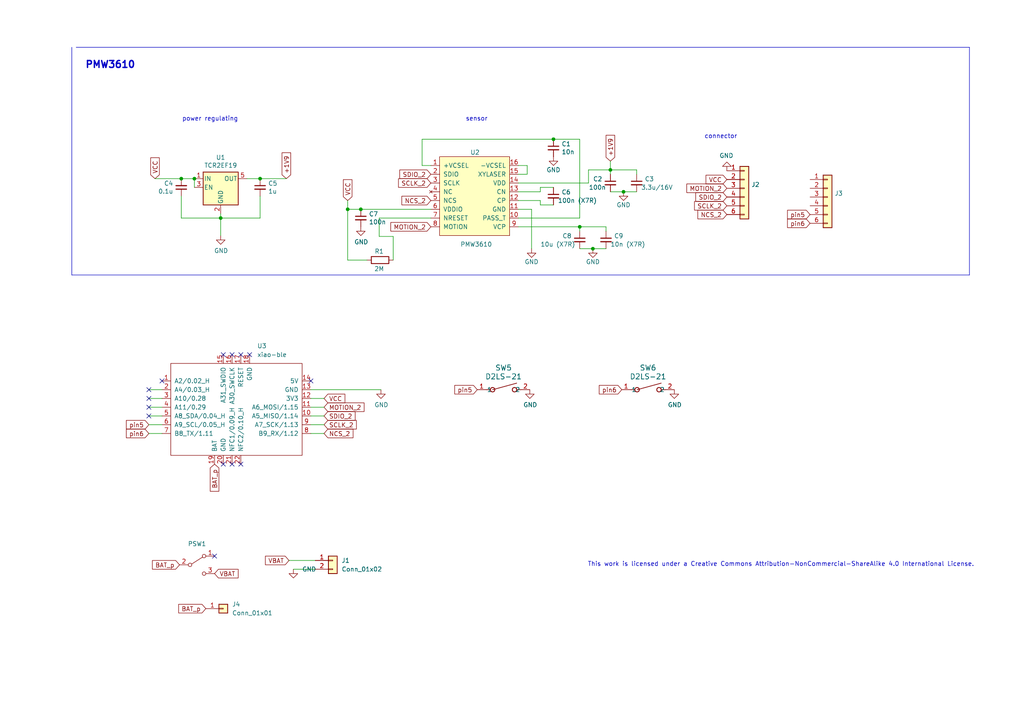
<source format=kicad_sch>
(kicad_sch (version 20231120) (generator "eeschema") (generator_version "8.0")
  (paper "A4")
  (title_block (company "bastard keyboards") (comment 4 "Copyright Quentin Lebastard"))
  (lib_symbols
    (symbol "2024-07-27_01-51-38:D2LS-21" (pin_names (offset 0.254))
      (property "Reference" "SW" (at 7.62 3.81 0))
      (property "Value" "D2LS-21" (at 0 0 0))
      (symbol "D2LS-21_0_1"
        (polyline (pts (xy 2.54 0) (xy 3.81 0)) (stroke (width 0.2032)))
        (polyline (pts (xy 4.445 0) (xy 11.43 1.905)) (stroke (width 0.2032)))
        (polyline (pts (xy 12.7 0) (xy 11.43 0)) (stroke (width 0.2032)))
        (circle (center 4.445 0) (radius 0.635) (stroke (width 0.254)))
        (circle (center 10.795 0) (radius 0.635) (stroke (width 0.254)))
        (pin unspecified line (at 0 0 0) (length 2.54) (name "1") (number "1"))
        (pin unspecified line (at 15.24 0 180) (length 2.54) (name "2") (number "2"))
      )
    )
    (symbol "Connector_Generic:Conn_01x01" (pin_names (offset 1.016) hide)
      (property "Reference" "J" (at 0 2.54 0))
      (property "Value" "Conn_01x01" (at 0 -2.54 0))
      (symbol "Conn_01x01_1_1"
        (rectangle (start -1.27 0.127) (end 0 -0.127) (stroke (width 0.1524)))
        (rectangle (start -1.27 1.27) (end 1.27 -1.27) (stroke (width 0.254)) (fill (type background)))
        (pin passive line (at -5.08 0 0) (length 3.81) (name "Pin_1") (number "1"))
      )
    )
    (symbol "Connector_Generic:Conn_01x02" (pin_names (offset 1.016) hide)
      (property "Reference" "J" (at 0 2.54 0))
      (property "Value" "Conn_01x02" (at 0 -5.08 0))
      (symbol "Conn_01x02_1_1"
        (rectangle (start -1.27 -2.413) (end 0 -2.667) (stroke (width 0.1524)))
        (rectangle (start -1.27 0.127) (end 0 -0.127) (stroke (width 0.1524)))
        (rectangle (start -1.27 1.27) (end 1.27 -3.81) (stroke (width 0.254)) (fill (type background)))
        (pin passive line (at -5.08 0 0) (length 3.81) (name "Pin_1") (number "1"))
        (pin passive line (at -5.08 -2.54 0) (length 3.81) (name "Pin_2") (number "2"))
      )
    )
    (symbol "Connector_Generic:Conn_01x06" (pin_names (offset 1.016) hide)
      (property "Reference" "J" (at 0 7.62 0))
      (property "Value" "Conn_01x06" (at 0 -10.16 0))
      (symbol "Conn_01x06_1_1"
        (rectangle (start -1.27 -7.493) (end 0 -7.747) (stroke (width 0.1524)))
        (rectangle (start -1.27 -4.953) (end 0 -5.207) (stroke (width 0.1524)))
        (rectangle (start -1.27 -2.413) (end 0 -2.667) (stroke (width 0.1524)))
        (rectangle (start -1.27 0.127) (end 0 -0.127) (stroke (width 0.1524)))
        (rectangle (start -1.27 2.667) (end 0 2.413) (stroke (width 0.1524)))
        (rectangle (start -1.27 5.207) (end 0 4.953) (stroke (width 0.1524)))
        (rectangle (start -1.27 6.35) (end 1.27 -8.89) (stroke (width 0.254)) (fill (type background)))
        (pin passive line (at -5.08 5.08 0) (length 3.81) (name "Pin_1") (number "1"))
        (pin passive line (at -5.08 2.54 0) (length 3.81) (name "Pin_2") (number "2"))
        (pin passive line (at -5.08 0 0) (length 3.81) (name "Pin_3") (number "3"))
        (pin passive line (at -5.08 -2.54 0) (length 3.81) (name "Pin_4") (number "4"))
        (pin passive line (at -5.08 -5.08 0) (length 3.81) (name "Pin_5") (number "5"))
        (pin passive line (at -5.08 -7.62 0) (length 3.81) (name "Pin_6") (number "6"))
      )
    )
    (symbol "Device:C_Small" (pin_numbers hide) (pin_names (offset 0.254) hide)
      (property "Reference" "C" (at 0.254 1.778 0))
      (property "Value" "C_Small" (at 0.254 -2.032 0))
      (symbol "C_Small_0_1"
        (polyline (pts (xy -1.524 -0.508) (xy 1.524 -0.508)) (stroke (width 0.3302)))
        (polyline (pts (xy -1.524 0.508) (xy 1.524 0.508)) (stroke (width 0.3048)))
      )
      (symbol "C_Small_1_1"
        (pin passive line (at 0 2.54 270) (length 2.032) (name "~") (number "1"))
        (pin passive line (at 0 -2.54 90) (length 2.032) (name "~") (number "2"))
      )
    )
    (symbol "Device:R" (pin_numbers hide) (pin_names (offset 0))
      (property "Reference" "R" (at 2.032 0 90))
      (property "Value" "R" (at 0 0 90))
      (symbol "R_0_1"
        (rectangle (start -1.016 -2.54) (end 1.016 2.54) (stroke (width 0.254)))
      )
      (symbol "R_1_1"
        (pin passive line (at 0 3.81 270) (length 1.27) (name "~") (number "1"))
        (pin passive line (at 0 -3.81 90) (length 1.27) (name "~") (number "2"))
      )
    )
    (symbol "Regulator_Linear:TLV70218_SOT23-5" (pin_names (offset 0.254))
      (property "Reference" "U" (at -3.81 5.715 0))
      (property "Value" "TLV70218_SOT23-5" (at 0 5.715 0))
      (symbol "TLV70218_SOT23-5_0_1"
        (rectangle (start -5.08 4.445) (end 5.08 -5.08) (stroke (width 0.254)) (fill (type background)))
      )
      (symbol "TLV70218_SOT23-5_1_1"
        (pin power_in line (at -7.62 2.54 0) (length 2.54) (name "IN") (number "1"))
        (pin power_in line (at 0 -7.62 90) (length 2.54) (name "GND") (number "2"))
        (pin input line (at -7.62 0 0) (length 2.54) (name "EN") (number "3"))
        (pin no_connect line (at 5.08 0 180) (length 2.54) hide (name "NC") (number "4"))
        (pin power_out line (at 7.62 2.54 180) (length 2.54) (name "OUT") (number "5"))
      )
    )
    (symbol "Switch:SW_SPDT" (pin_names (offset 0) hide)
      (property "Reference" "SW" (at 0 4.318 0))
      (property "Value" "SW_SPDT" (at 0 -5.08 0))
      (symbol "SW_SPDT_0_0"
        (circle (center -2.032 0) (radius 0.508))
        (circle (center 2.032 -2.54) (radius 0.508))
      )
      (symbol "SW_SPDT_0_1"
        (polyline (pts (xy -1.524 0.254) (xy 1.651 2.286)))
        (circle (center 2.032 2.54) (radius 0.508))
      )
      (symbol "SW_SPDT_1_1"
        (pin passive line (at 5.08 2.54 180) (length 2.54) (name "A") (number "1"))
        (pin passive line (at -5.08 0 0) (length 2.54) (name "B") (number "2"))
        (pin passive line (at 5.08 -2.54 180) (length 2.54) (name "C") (number "3"))
      )
    )
    (symbol "mcu:xiao-ble" (pin_names (offset 1.016))
      (property "Reference" "U" (at -17.78 16.51 0))
      (property "Value" "xiao-ble" (at -15.24 13.97 0))
      (symbol "xiao-ble_0_1"
        (rectangle (start -19.05 12.7) (end 19.05 -13.97))
      )
      (symbol "xiao-ble_1_1"
        (pin bidirectional line (at -21.59 7.62 0) (length 2.54) (name "A2/0.02_H") (number "1"))
        (pin bidirectional line (at 21.59 -2.54 180) (length 2.54) (name "A5_MISO/1.14") (number "10"))
        (pin bidirectional line (at 21.59 0 180) (length 2.54) (name "A6_MOSI/1.15") (number "11"))
        (pin power_out line (at 21.59 2.54 180) (length 2.54) (name "3V3") (number "12"))
        (pin power_out line (at 21.59 5.08 180) (length 2.54) (name "GND") (number "13"))
        (pin power_out line (at 21.59 7.62 180) (length 2.54) (name "5V") (number "14"))
        (pin input line (at -3.81 15.24 270) (length 2.54) (name "A31_SWDIO") (number "15"))
        (pin input line (at -1.27 15.24 270) (length 2.54) (name "A30_SWCLK") (number "16"))
        (pin input line (at 1.27 15.24 270) (length 2.54) (name "RESET") (number "17"))
        (pin power_out line (at 3.81 15.24 270) (length 2.54) (name "GND") (number "18"))
        (pin bidirectional line (at -6.35 -16.51 90) (length 2.54) (name "BAT") (number "19"))
        (pin bidirectional line (at -21.59 5.08 0) (length 2.54) (name "A4/0.03_H") (number "2"))
        (pin power_out line (at -3.81 -16.51 90) (length 2.54) (name "GND") (number "20"))
        (pin bidirectional line (at -1.27 -16.51 90) (length 2.54) (name "NFC1/0.09_H") (number "21"))
        (pin bidirectional line (at 1.27 -16.51 90) (length 2.54) (name "NFC2/0.10_H") (number "22"))
        (pin bidirectional line (at -21.59 2.54 0) (length 2.54) (name "A10/0.28") (number "3"))
        (pin bidirectional line (at -21.59 0 0) (length 2.54) (name "A11/0.29") (number "4"))
        (pin bidirectional line (at -21.59 -2.54 0) (length 2.54) (name "A8_SDA/0.04_H") (number "5"))
        (pin bidirectional line (at -21.59 -5.08 0) (length 2.54) (name "A9_SCL/0.05_H") (number "6"))
        (pin bidirectional line (at -21.59 -7.62 0) (length 2.54) (name "B8_TX/1.11") (number "7"))
        (pin bidirectional line (at 21.59 -7.62 180) (length 2.54) (name "B9_RX/1.12") (number "8"))
        (pin bidirectional line (at 21.59 -5.08 180) (length 2.54) (name "A7_SCK/1.13") (number "9"))
      )
    )
    (symbol "mysymbol:PMW3610" (pin_names (offset 1.016))
      (property "Reference" "U?" (at -1.27 17.78 0))
      (property "Value" "PMW3610" (at 10.16 -12.7 0))
      (symbol "PMW3610_0_0"
        (pin input line (at -12.7 10.16 0) (length 2.54) (name "+VCSEL") (number "1"))
        (pin unspecified line (at 12.7 -5.08 180) (length 2.54) (name "PASS_T") (number "10"))
        (pin input line (at 12.7 -2.54 180) (length 2.54) (name "GND") (number "11"))
        (pin unspecified line (at 12.7 0 180) (length 2.54) (name "CP") (number "12"))
        (pin unspecified line (at 12.7 2.54 180) (length 2.54) (name "CN") (number "13"))
        (pin power_in line (at 12.7 5.08 180) (length 2.54) (name "VDD") (number "14"))
        (pin input line (at 12.7 7.62 180) (length 2.54) (name "XYLASER") (number "15"))
        (pin unspecified line (at 12.7 10.16 180) (length 2.54) (name "-VCSEL") (number "16"))
        (pin bidirectional line (at -12.7 7.62 0) (length 2.54) (name "SDIO") (number "2"))
        (pin input line (at -12.7 5.08 0) (length 2.54) (name "SCLK") (number "3"))
        (pin no_connect line (at -12.7 2.54 0) (length 2.54) (name "NC") (number "4"))
        (pin input line (at -12.7 0 0) (length 2.54) (name "NCS") (number "5"))
        (pin input line (at -12.7 -2.54 0) (length 2.54) (name "VDDIO") (number "6"))
        (pin input line (at -12.7 -5.08 0) (length 2.54) (name "NRESET") (number "7"))
        (pin output line (at -12.7 -7.62 0) (length 2.54) (name "MOTION") (number "8"))
        (pin unspecified line (at 12.7 -7.62 180) (length 2.54) (name "VCP") (number "9"))
      )
      (symbol "PMW3610_0_1"
        (rectangle (start -10.16 12.7) (end 10.16 -10.16) (fill (type background)))
      )
    )
    (symbol "power:GND" (power) (pin_names (offset 0))
      (property "Value" "GND" (at 0 -3.81 0))
      (symbol "GND_0_1"
        (polyline (pts (xy 0 0) (xy 0 -1.27) (xy 1.27 -1.27) (xy 0 -2.54) (xy -1.27 -1.27) (xy 0 -1.27)))
      )
      (symbol "GND_1_1"
        (pin power_in line (at 0 0 270) (length 0) hide (name "GND") (number "1"))
      )
    )
  )
  (junction (at 64.008 63.246))
  (junction (at 100.838 60.706))
  (junction (at 168.148 65.786))
  (junction (at 52.578 51.816))
  (junction (at 171.958 72.136))
  (junction (at 177.038 49.276))
  (junction (at 56.388 51.816))
  (junction (at 180.848 55.626))
  (junction (at 104.648 60.706))
  (junction (at 160.528 40.386))
  (junction (at 75.438 51.816))
  (no_connect (at 67.31 102.87))
  (no_connect (at 43.18 113.03))
  (no_connect (at 72.39 102.87))
  (no_connect (at 43.18 120.65))
  (no_connect (at 67.31 134.62))
  (no_connect (at 43.18 118.11))
  (no_connect (at 62.23 161.29))
  (no_connect (at 43.18 115.57))
  (no_connect (at 64.77 134.62))
  (no_connect (at 46.99 110.49))
  (no_connect (at 69.85 102.87))
  (no_connect (at 64.77 102.87))
  (no_connect (at 90.17 110.49))
  (no_connect (at 69.85 134.62))
  (wire (pts (xy 156.718 58.166) (xy 156.718 59.436)))
  (wire (pts (xy 150.368 63.246) (xy 168.148 63.246)))
  (wire (pts (xy 150.368 65.786) (xy 168.148 65.786)))
  (wire (pts (xy 177.038 55.626) (xy 180.848 55.626)))
  (wire (pts (xy 43.18 120.65) (xy 46.99 120.65)))
  (wire (pts (xy 90.17 125.73) (xy 93.98 125.73)))
  (wire (pts (xy 177.038 46.736) (xy 177.038 49.276)))
  (wire (pts (xy 168.148 65.786) (xy 168.148 67.056)))
  (wire (pts (xy 106.426 75.438) (xy 100.838 75.438)))
  (wire (pts (xy 168.148 65.786) (xy 175.768 65.786)))
  (wire (pts (xy 150.368 53.086) (xy 170.688 53.086)))
  (polyline (pts (xy 20.828 13.716) (xy 20.828 79.756)))
  (wire (pts (xy 43.18 125.73) (xy 46.99 125.73)))
  (wire (pts (xy 93.98 118.11) (xy 90.17 118.11)))
  (wire (pts (xy 168.148 72.136) (xy 171.958 72.136)))
  (wire (pts (xy 91.44 165.1) (xy 85.09 165.1)))
  (wire (pts (xy 180.848 55.626) (xy 184.658 55.626)))
  (wire (pts (xy 170.688 53.086) (xy 170.688 49.276)))
  (wire (pts (xy 100.838 60.706) (xy 100.838 75.438)))
  (wire (pts (xy 75.438 63.246) (xy 64.008 63.246)))
  (wire (pts (xy 93.98 123.19) (xy 90.17 123.19)))
  (wire (pts (xy 122.428 48.006) (xy 124.968 48.006)))
  (wire (pts (xy 52.578 51.816) (xy 56.388 51.816)))
  (wire (pts (xy 175.768 65.786) (xy 175.768 67.056)))
  (wire (pts (xy 171.958 72.136) (xy 175.768 72.136)))
  (wire (pts (xy 64.008 61.976) (xy 64.008 63.246)))
  (wire (pts (xy 109.982 63.246) (xy 124.968 63.246)))
  (wire (pts (xy 43.18 123.19) (xy 46.99 123.19)))
  (wire (pts (xy 43.18 115.57) (xy 46.99 115.57)))
  (wire (pts (xy 52.578 56.896) (xy 52.578 63.246)))
  (wire (pts (xy 43.18 118.11) (xy 46.99 118.11)))
  (polyline (pts (xy 22.098 13.716) (xy 281.178 13.716)))
  (wire (pts (xy 150.368 48.006) (xy 152.908 48.006)))
  (wire (pts (xy 91.44 162.56) (xy 83.82 162.56)))
  (wire (pts (xy 110.49 113.03) (xy 90.17 113.03)))
  (wire (pts (xy 93.98 120.65) (xy 90.17 120.65)))
  (wire (pts (xy 56.388 54.356) (xy 56.388 51.816)))
  (wire (pts (xy 160.528 40.386) (xy 122.428 40.386)))
  (wire (pts (xy 114.046 68.58) (xy 109.982 68.58)))
  (wire (pts (xy 156.718 59.436) (xy 160.528 59.436)))
  (wire (pts (xy 52.578 63.246) (xy 64.008 63.246)))
  (wire (pts (xy 100.838 58.166) (xy 100.838 60.706)))
  (wire (pts (xy 71.628 51.816) (xy 75.438 51.816)))
  (wire (pts (xy 156.718 55.626) (xy 156.718 54.356)))
  (wire (pts (xy 150.368 50.546) (xy 152.908 50.546)))
  (polyline (pts (xy 281.178 13.716) (xy 281.178 79.756)))
  (wire (pts (xy 93.98 115.57) (xy 90.17 115.57)))
  (wire (pts (xy 150.368 60.706) (xy 154.178 60.706)))
  (wire (pts (xy 177.038 49.276) (xy 184.658 49.276)))
  (wire (pts (xy 64.008 63.246) (xy 64.008 68.326)))
  (wire (pts (xy 168.148 40.386) (xy 160.528 40.386)))
  (wire (pts (xy 104.648 60.706) (xy 124.968 60.706)))
  (wire (pts (xy 156.718 54.356) (xy 160.528 54.356)))
  (wire (pts (xy 177.038 49.276) (xy 177.038 50.546)))
  (wire (pts (xy 109.982 68.58) (xy 109.982 63.246)))
  (polyline (pts (xy 281.178 79.756) (xy 20.828 79.756)))
  (wire (pts (xy 122.428 40.386) (xy 122.428 48.006)))
  (wire (pts (xy 150.368 58.166) (xy 156.718 58.166)))
  (wire (pts (xy 170.688 49.276) (xy 177.038 49.276)))
  (wire (pts (xy 152.908 48.006) (xy 152.908 50.546)))
  (wire (pts (xy 154.178 60.706) (xy 154.178 72.136)))
  (wire (pts (xy 75.438 56.896) (xy 75.438 63.246)))
  (wire (pts (xy 150.368 55.626) (xy 156.718 55.626)))
  (wire (pts (xy 100.838 60.706) (xy 104.648 60.706)))
  (wire (pts (xy 43.18 113.03) (xy 46.99 113.03)))
  (wire (pts (xy 83.058 51.816) (xy 75.438 51.816)))
  (wire (pts (xy 44.958 51.816) (xy 52.578 51.816)))
  (wire (pts (xy 168.148 63.246) (xy 168.148 40.386)))
  (wire (pts (xy 114.046 68.58) (xy 114.046 75.438)))
  (wire (pts (xy 184.658 49.276) (xy 184.658 50.546)))
  (text "This work is licensed under a Creative Commons Attribution-NonCommercial-ShareAlike 4.0 International License." (at 282.575 164.465 0) (effects (font (size 1.27 1.27)) (justify right bottom)))
  (text "sensor" (at 141.478 35.306 0) (effects (font (size 1.27 1.27)) (justify right bottom)))
  (text "PMW3610" (at 24.638 20.066 0) (effects (font (size 2 2) (thickness 0.4) (bold yes)) (justify left bottom)))
  (text "power regulating" (at 69.088 35.306 0) (effects (font (size 1.27 1.27)) (justify right bottom)))
  (text "connector" (at 213.868 40.386 0) (effects (font (size 1.27 1.27)) (justify right bottom)))
  (global_label "MOTION_2" (shape input) (at 210.82 54.61 180) (property "Intersheetrefs" "${INTERSHEET_REFS}" (effects (hide yes))))
  (global_label "SDIO_2" (shape input) (at 210.82 57.15 180) (property "Intersheetrefs" "${INTERSHEET_REFS}" (effects (hide yes))))
  (global_label "NCS_2" (shape input) (at 93.98 125.73 0) (property "Intersheetrefs" "${INTERSHEET_REFS}" (effects (hide yes))))
  (global_label "VBAT" (shape input) (at 83.82 162.56 180) (property "Intersheetrefs" "${INTERSHEET_REFS}" (effects (hide yes))))
  (global_label "BAT_p" (shape input) (at 52.07 163.83 180) (property "Intersheetrefs" "${INTERSHEET_REFS}" (effects (hide yes))))
  (global_label "SCLK_2" (shape input) (at 124.968 53.086 180) (property "Intersheetrefs" "${INTERSHEET_REFS}" (effects (hide yes))))
  (global_label "+1V9" (shape input) (at 83.058 51.816 90) (property "Intersheetrefs" "${INTERSHEET_REFS}" (effects (hide yes))))
  (global_label "pin6" (shape input) (at 180.34 113.03 180) (property "Intersheetrefs" "${INTERSHEET_REFS}" (effects (hide yes))))
  (global_label "VCC" (shape input) (at 93.98 115.57 0) (property "Intersheetrefs" "${INTERSHEET_REFS}" (effects (hide yes))))
  (global_label "SDIO_2" (shape input) (at 124.968 50.546 180) (property "Intersheetrefs" "${INTERSHEET_REFS}" (effects (hide yes))))
  (global_label "BAT_p" (shape input) (at 59.69 176.53 180) (property "Intersheetrefs" "${INTERSHEET_REFS}" (effects (hide yes))))
  (global_label "NCS_2" (shape input) (at 210.82 62.23 180) (property "Intersheetrefs" "${INTERSHEET_REFS}" (effects (hide yes))))
  (global_label "pin5" (shape input) (at 234.95 62.23 180) (property "Intersheetrefs" "${INTERSHEET_REFS}" (effects (hide yes))))
  (global_label "MOTION_2" (shape input) (at 93.98 118.11 0) (property "Intersheetrefs" "${INTERSHEET_REFS}" (effects (hide yes))))
  (global_label "pin6" (shape input) (at 43.18 125.73 180) (property "Intersheetrefs" "${INTERSHEET_REFS}" (effects (hide yes))))
  (global_label "VBAT" (shape input) (at 62.23 166.37 0) (property "Intersheetrefs" "${INTERSHEET_REFS}" (effects (hide yes))))
  (global_label "pin5" (shape input) (at 138.43 113.03 180) (property "Intersheetrefs" "${INTERSHEET_REFS}" (effects (hide yes))))
  (global_label "VCC" (shape input) (at 210.82 52.07 180) (property "Intersheetrefs" "${INTERSHEET_REFS}" (effects (hide yes))))
  (global_label "SDIO_2" (shape input) (at 93.98 120.65 0) (property "Intersheetrefs" "${INTERSHEET_REFS}" (effects (hide yes))))
  (global_label "VCC" (shape input) (at 100.838 58.166 90) (property "Intersheetrefs" "${INTERSHEET_REFS}" (effects (hide yes))))
  (global_label "MOTION_2" (shape input) (at 124.968 65.786 180) (property "Intersheetrefs" "${INTERSHEET_REFS}" (effects (hide yes))))
  (global_label "VCC" (shape input) (at 44.958 51.816 90) (property "Intersheetrefs" "${INTERSHEET_REFS}" (effects (hide yes))))
  (global_label "SCLK_2" (shape input) (at 210.82 59.69 180) (property "Intersheetrefs" "${INTERSHEET_REFS}" (effects (hide yes))))
  (global_label "NCS_2" (shape input) (at 124.968 58.166 180) (property "Intersheetrefs" "${INTERSHEET_REFS}" (effects (hide yes))))
  (global_label "pin5" (shape input) (at 43.18 123.19 180) (property "Intersheetrefs" "${INTERSHEET_REFS}" (effects (hide yes))))
  (global_label "SCLK_2" (shape input) (at 93.98 123.19 0) (property "Intersheetrefs" "${INTERSHEET_REFS}" (effects (hide yes))))
  (global_label "BAT_p" (shape input) (at 62.23 134.62 270) (property "Intersheetrefs" "${INTERSHEET_REFS}" (effects (hide yes))))
  (global_label "pin6" (shape input) (at 234.95 64.77 180) (property "Intersheetrefs" "${INTERSHEET_REFS}" (effects (hide yes))))
  (global_label "+1V9" (shape input) (at 177.038 46.736 90) (property "Intersheetrefs" "${INTERSHEET_REFS}" (effects (hide yes))))
  (symbol (lib_id "Connector_Generic:Conn_01x06") (at 215.9 54.61 0) (unit 1)
    (property "Reference" "J2" (at 217.932 53.5432 0) (effects (justify left)))
    (property "Value" "Conn_01x06" (effects (hide yes)))
    (property "Footprint" "Connector_PinHeader_2.54mm:PinHeader_1x06_P2.54mm_Vertical" (effects (hide yes)))
  )
  (symbol (lib_id "Device:C_Small") (at 104.648 63.246 0) (unit 1)
    (property "Reference" "C7" (at 106.9848 62.0776 0) (effects (justify left)))
    (property "Value" "100n" (at 106.9848 64.389 0) (effects (justify left)))
    (property "Footprint" "Capacitor_SMD:C_0603_1608Metric" (effects (hide yes)))
    (property "LCSC" "C19666" (effects (hide yes)))
  )
  (symbol (lib_id "Switch:SW_SPDT") (at 57.15 163.83 0) (unit 1)
    (property "Reference" "PSW1" (at 57.15 157.734 0))
    (property "Value" "SW_SPDT" (effects (hide yes)))
    (property "Footprint" "kbd_Parts:TGSW_MSK-12D19" (effects (hide yes)))
  )
  (symbol (lib_id "Connector_Generic:Conn_01x06") (at 240.03 57.15 0) (unit 1)
    (property "Reference" "J3" (at 242.062 56.0832 0) (effects (justify left)))
    (property "Value" "Conn_01x06" (effects (hide yes)))
    (property "Footprint" "Connector_PinHeader_2.54mm:PinHeader_1x06_P2.54mm_Vertical" (effects (hide yes)))
  )
  (symbol (lib_id "power:GND") (at 104.648 65.786 0) (unit 1)
    (property "Reference" "#PWR0103" (effects (hide yes)))
    (property "Value" "GND" (at 104.775 70.1802 0))
  )
  (symbol (lib_id "power:GND") (at 85.09 165.1 0) (unit 1)
    (property "Reference" "#PWR08" (effects (hide yes)))
    (property "Value" "GND" (at 87.63 165.1 0) (effects (justify left)))
  )
  (symbol (lib_id "2024-07-27_01-51-38:D2LS-21") (at 138.43 113.03 0) (unit 1)
    (property "Reference" "SW5" (at 146.05 106.68 0) (effects (font (size 1.524 1.524))))
    (property "Value" "D2LS-21" (at 146.05 109.22 0) (effects (font (size 1.524 1.524))))
    (property "Footprint" "D2LS_21_20M:SW_D2LS-11_2_OMR" (effects (hide yes)))
    (property "Datasheet" "D2LS-21" (effects (hide yes)))
  )
  (symbol (lib_id "power:GND") (at 180.848 55.626 0) (unit 1)
    (property "Reference" "#PWR0101" (effects (hide yes)))
    (property "Value" "GND" (at 180.848 59.436 0))
  )
  (symbol (lib_id "Device:C_Small") (at 75.438 54.356 0) (unit 1)
    (property "Reference" "C5" (at 77.7748 53.1876 0) (effects (justify left)))
    (property "Value" "1u" (at 77.7748 55.499 0) (effects (justify left)))
    (property "Footprint" "Capacitor_SMD:C_0603_1608Metric" (effects (hide yes)))
    (property "LCSC" "C15849" (effects (hide yes)))
  )
  (symbol (lib_id "2024-07-27_01-51-38:D2LS-21") (at 180.34 113.03 0) (unit 1)
    (property "Reference" "SW6" (at 187.96 106.68 0) (effects (font (size 1.524 1.524))))
    (property "Value" "D2LS-21" (at 187.96 109.22 0) (effects (font (size 1.524 1.524))))
    (property "Footprint" "D2LS_21_20M:SW_D2LS-11_2_OMR" (effects (hide yes)))
    (property "Datasheet" "D2LS-21" (effects (hide yes)))
  )
  (symbol (lib_id "Device:C_Small") (at 160.528 56.896 0) (unit 1)
    (property "Reference" "C6" (at 162.8648 55.7276 0) (effects (justify left)))
    (property "Value" "100n (X7R)" (at 161.798 58.166 0) (effects (justify left)))
    (property "Footprint" "Capacitor_SMD:C_0603_1608Metric" (effects (hide yes)))
    (property "LCSC" "C19666" (effects (hide yes)))
  )
  (symbol (lib_id "mcu:xiao-ble") (at 68.58 118.11 0) (unit 1)
    (property "Reference" "U3" (at 74.5841 100.33 0) (effects (justify left)))
    (property "Value" "xiao-ble" (at 74.5841 102.87 0) (effects (justify left)))
    (property "Footprint" "TOTEMlib:xiao-ble-tht" (effects (hide yes)))
  )
  (symbol (lib_id "Connector_Generic:Conn_01x02") (at 96.52 162.56 0) (unit 1)
    (property "Reference" "J1" (at 99.06 162.56 0) (effects (justify left)))
    (property "Value" "Conn_01x02" (at 99.06 165.1 0) (effects (justify left)))
    (property "Footprint" "kbd_Parts:Battery_2pin" (effects (hide yes)))
  )
  (symbol (lib_id "mysymbol:PMW3610") (at 137.668 58.166 0) (unit 1)
    (property "Reference" "U2" (at 136.398 44.196 0) (effects (justify left)))
    (property "Value" "PMW3610" (at 142.748 70.866 0) (effects (justify right)))
    (property "Footprint" "mylib:PMW3610" (effects (hide yes)))
  )
  (symbol (lib_id "Device:C_Small") (at 52.578 54.356 0) (mirror x) (unit 1)
    (property "Reference" "C4" (at 50.2666 53.1876 0) (effects (justify right)))
    (property "Value" "0.1u" (at 50.2666 55.499 0) (effects (justify right)))
    (property "Footprint" "Capacitor_SMD:C_0603_1608Metric" (effects (hide yes)))
    (property "LCSC" "C14663" (effects (hide yes)))
  )
  (symbol (lib_id "power:GND") (at 160.528 45.466 0) (unit 1)
    (property "Reference" "#PWR0105" (effects (hide yes)))
    (property "Value" "GND" (at 160.528 49.276 0))
  )
  (symbol (lib_id "power:GND") (at 153.67 113.03 0) (unit 1)
    (property "Reference" "#PWR06" (effects (hide yes)))
    (property "Value" "GND" (at 153.797 117.4242 0))
  )
  (symbol (lib_id "power:GND") (at 171.958 72.136 0) (unit 1)
    (property "Reference" "#PWR0102" (effects (hide yes)))
    (property "Value" "GND" (at 171.958 75.946 0))
  )
  (symbol (lib_id "power:GND") (at 154.178 72.136 0) (unit 1)
    (property "Reference" "#PWR0109" (effects (hide yes)))
    (property "Value" "GND" (at 154.178 75.946 0))
  )
  (symbol (lib_id "Device:R") (at 110.236 75.438 270) (unit 1)
    (property "Reference" "R1" (at 109.982 72.898 90))
    (property "Value" "2M" (at 109.982 77.978 90))
    (property "Footprint" "Resistor_SMD:R_0603_1608Metric" (effects (hide yes)))
  )
  (symbol (lib_id "Device:C_Small") (at 177.038 53.086 0) (mirror y) (unit 1)
    (property "Reference" "C2" (at 174.7012 51.9176 0) (effects (justify left)))
    (property "Value" "100n" (at 175.768 54.356 0) (effects (justify left)))
    (property "Footprint" "Capacitor_SMD:C_0603_1608Metric" (effects (hide yes)))
    (property "LCSC" "C19666" (effects (hide yes)))
  )
  (symbol (lib_id "Device:C_Small") (at 160.528 42.926 0) (unit 1)
    (property "Reference" "C1" (at 162.8648 41.7576 0) (effects (justify left)))
    (property "Value" "10n" (at 162.8648 44.069 0) (effects (justify left)))
    (property "Footprint" "Capacitor_SMD:C_0603_1608Metric" (effects (hide yes)))
    (property "LCSC" "C19666" (effects (hide yes)))
  )
  (symbol (lib_id "Connector_Generic:Conn_01x01") (at 64.77 176.53 0) (unit 1)
    (property "Reference" "J4" (at 67.31 175.26 0) (effects (justify left)))
    (property "Value" "Conn_01x01" (at 67.31 177.8 0) (effects (justify left)))
    (property "Footprint" "Connector_PinHeader_2.54mm:PinHeader_1x01_P2.54mm_Vertical" (effects (hide yes)))
  )
  (symbol (lib_id "Regulator_Linear:TLV70218_SOT23-5") (at 64.008 54.356 0) (unit 1)
    (property "Reference" "U1" (at 64.008 45.6692 0))
    (property "Value" "TCR2EF19" (at 64.008 47.9806 0))
    (property "Footprint" "Package_TO_SOT_SMD:SOT-23-5" (effects (hide yes)))
    (property "LCSC" "C146366" (effects (hide yes)))
  )
  (symbol (lib_id "power:GND") (at 64.008 68.326 0) (unit 1)
    (property "Reference" "#PWR0104" (effects (hide yes)))
    (property "Value" "GND" (at 64.135 72.7202 0))
  )
  (symbol (lib_id "Device:C_Small") (at 184.658 53.086 0) (unit 1)
    (property "Reference" "C3" (at 186.9948 51.9176 0) (effects (justify left)))
    (property "Value" "3.3u/16V" (at 185.928 54.356 0) (effects (justify left)))
    (property "Footprint" "Capacitor_SMD:C_0603_1608Metric" (effects (hide yes)))
    (property "LCSC" "C19666" (effects (hide yes)))
  )
  (symbol (lib_id "Device:C_Small") (at 168.148 69.596 0) (mirror y) (unit 1)
    (property "Reference" "C8" (at 165.8112 68.4276 0) (effects (justify left)))
    (property "Value" "10u (X7R)" (at 166.878 70.866 0) (effects (justify left)))
    (property "Footprint" "Capacitor_SMD:C_0603_1608Metric" (effects (hide yes)))
    (property "LCSC" "C19666" (effects (hide yes)))
  )
  (symbol (lib_id "Device:C_Small") (at 175.768 69.596 0) (unit 1)
    (property "Reference" "C9" (at 178.1048 68.4276 0) (effects (justify left)))
    (property "Value" "10n (X7R)" (at 177.038 70.866 0) (effects (justify left)))
    (property "Footprint" "Capacitor_SMD:C_0603_1608Metric" (effects (hide yes)))
    (property "LCSC" "C19666" (effects (hide yes)))
  )
  (symbol (lib_id "power:GND") (at 110.49 113.03 0) (unit 1)
    (property "Reference" "#PWR02" (effects (hide yes)))
    (property "Value" "GND" (at 110.617 117.4242 0))
  )
  (symbol (lib_id "power:GND") (at 210.82 49.53 180) (unit 1)
    (property "Reference" "#PWR09" (effects (hide yes)))
    (property "Value" "GND" (at 210.693 45.1358 0))
  )
  (symbol (lib_id "power:GND") (at 195.58 113.03 0) (unit 1)
    (property "Reference" "#PWR07" (effects (hide yes)))
    (property "Value" "GND" (at 195.707 117.4242 0))
  )
)
</source>
